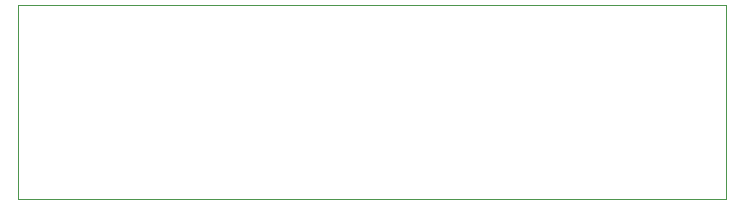
<source format=gbr>
G04 --- HEADER BEGIN --- *
%TF.GenerationSoftware,LibrePCB,LibrePCB,0.1.5*%
%TF.CreationDate,2021-01-02T14:24:37*%
%TF.ProjectId,can2usb - default,565da67e-d1db-4e60-9fc1-0ba8a5c8bd0e,v1*%
%TF.Part,Single*%
%FSLAX66Y66*%
%MOMM*%
G01*
G74*
G04 --- HEADER END --- *
G04 --- APERTURE LIST BEGIN --- *
%ADD10C,0.001*%
G04 --- APERTURE LIST END --- *
G04 --- BOARD BEGIN --- *
D10*
X0Y0D02*
X60000000Y0D01*
X60000000Y16440000D01*
X0Y16440000D01*
X0Y0D01*
G04 --- BOARD END --- *
%TF.MD5,440a2d9971e5e1862347808a723e78dc*%
M02*

</source>
